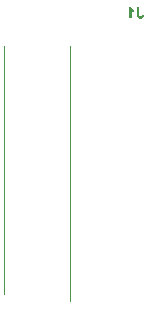
<source format=gbo>
G04*
G04 #@! TF.GenerationSoftware,Altium Limited,Altium Designer,20.2.6 (244)*
G04*
G04 Layer_Color=32896*
%FSLAX24Y24*%
%MOIN*%
G70*
G04*
G04 #@! TF.SameCoordinates,138FFB06-442B-41CF-B478-29EAC48853A1*
G04*
G04*
G04 #@! TF.FilePolarity,Positive*
G04*
G01*
G75*
%ADD12C,0.0039*%
G36*
X4341Y17577D02*
X4348Y17565D01*
X4356Y17555D01*
X4363Y17546D01*
X4371Y17539D01*
X4377Y17534D01*
X4378Y17532D01*
X4380Y17530D01*
X4381Y17530D01*
X4382Y17529D01*
X4394Y17520D01*
X4405Y17513D01*
X4416Y17507D01*
X4425Y17502D01*
X4432Y17498D01*
X4438Y17496D01*
X4441Y17495D01*
X4442Y17495D01*
X4443Y17494D01*
X4443D01*
Y17428D01*
X4424Y17436D01*
X4406Y17444D01*
X4390Y17453D01*
X4383Y17458D01*
X4377Y17462D01*
X4370Y17466D01*
X4365Y17470D01*
X4360Y17474D01*
X4356Y17477D01*
X4354Y17480D01*
X4351Y17481D01*
X4350Y17482D01*
X4350Y17483D01*
Y17210D01*
X4277D01*
Y17590D01*
X4336D01*
X4341Y17577D01*
D02*
G37*
G36*
X4605Y17343D02*
Y17335D01*
X4605Y17328D01*
X4606Y17321D01*
X4606Y17314D01*
X4607Y17308D01*
X4608Y17304D01*
X4609Y17299D01*
X4610Y17296D01*
X4612Y17289D01*
X4614Y17285D01*
X4615Y17283D01*
X4616Y17283D01*
X4620Y17278D01*
X4625Y17275D01*
X4631Y17272D01*
X4638Y17270D01*
X4643Y17269D01*
X4647Y17268D01*
X4651D01*
X4660Y17269D01*
X4667Y17272D01*
X4674Y17275D01*
X4679Y17279D01*
X4683Y17282D01*
X4686Y17285D01*
X4688Y17288D01*
X4688Y17288D01*
X4691Y17294D01*
X4693Y17301D01*
X4695Y17308D01*
X4696Y17317D01*
X4697Y17323D01*
Y17329D01*
X4697Y17332D01*
Y17333D01*
Y17334D01*
Y17334D01*
X4770Y17326D01*
X4769Y17315D01*
X4769Y17305D01*
X4767Y17295D01*
X4765Y17286D01*
X4763Y17278D01*
X4761Y17270D01*
X4758Y17264D01*
X4755Y17257D01*
X4752Y17252D01*
X4749Y17247D01*
X4747Y17243D01*
X4745Y17240D01*
X4743Y17238D01*
X4741Y17236D01*
X4741Y17235D01*
X4740Y17234D01*
X4734Y17229D01*
X4727Y17224D01*
X4720Y17220D01*
X4714Y17216D01*
X4699Y17211D01*
X4685Y17207D01*
X4679Y17206D01*
X4673Y17205D01*
X4667Y17204D01*
X4663Y17204D01*
X4659Y17203D01*
X4654D01*
X4636Y17204D01*
X4621Y17206D01*
X4608Y17209D01*
X4597Y17213D01*
X4593Y17215D01*
X4589Y17216D01*
X4585Y17218D01*
X4582Y17220D01*
X4580Y17221D01*
X4578Y17222D01*
X4578Y17223D01*
X4577D01*
X4567Y17231D01*
X4559Y17239D01*
X4551Y17249D01*
X4546Y17257D01*
X4542Y17264D01*
X4539Y17270D01*
X4538Y17273D01*
X4537Y17275D01*
X4537Y17275D01*
Y17276D01*
X4534Y17286D01*
X4532Y17298D01*
X4530Y17310D01*
X4529Y17322D01*
X4529Y17332D01*
X4528Y17337D01*
Y17341D01*
Y17344D01*
Y17346D01*
Y17348D01*
Y17348D01*
Y17588D01*
X4605D01*
Y17343D01*
D02*
G37*
D12*
X2306Y7790D02*
Y16294D01*
X101Y8026D02*
Y16294D01*
M02*

</source>
